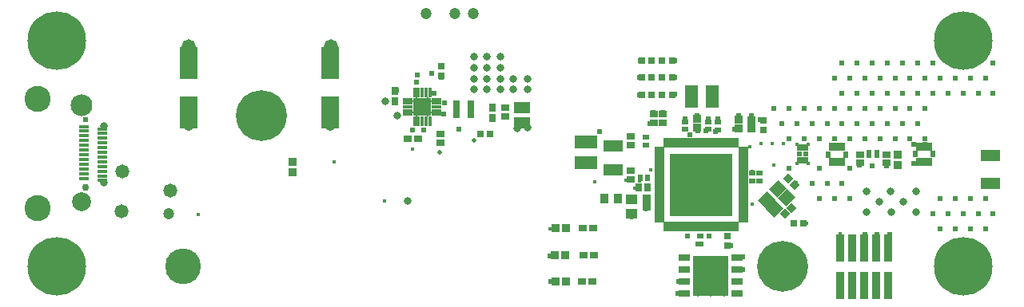
<source format=gbr>
%TF.GenerationSoftware,Altium Limited,Altium Designer,20.0.13 (296)*%
G04 Layer_Color=8388736*
%FSLAX45Y45*%
%MOMM*%
%TF.FileFunction,Soldermask,Top*%
%TF.Part,Single*%
G01*
G75*
%TA.AperFunction,SMDPad,CuDef*%
%ADD34R,0.66040X1.85420*%
%TA.AperFunction,ComponentPad*%
%ADD94C,3.78820*%
%ADD95C,5.37820*%
%ADD96C,0.75320*%
%ADD97C,0.60820*%
%ADD98C,2.76820*%
%ADD99C,2.00320*%
%ADD100C,2.30320*%
%TA.AperFunction,ViaPad*%
%ADD101C,0.60320*%
%ADD102C,0.80320*%
%ADD103C,1.20320*%
%ADD104C,1.47320*%
%ADD105C,6.20320*%
%TA.AperFunction,SMDPad,CuDef*%
%ADD149R,1.85320X3.45320*%
%ADD150R,3.70320X4.30320*%
%ADD151R,1.30320X0.65320*%
%ADD152R,1.15320X1.10320*%
%ADD153R,0.95320X0.95320*%
%ADD154R,0.95320X0.80320*%
%ADD155R,0.80320X0.90320*%
%ADD156R,6.60320X6.60320*%
%ADD157R,1.05320X0.50320*%
%ADD158R,0.50320X1.05320*%
%ADD159R,1.95320X1.95320*%
%ADD160R,0.40320X1.00320*%
%ADD161R,1.00320X0.40320*%
%ADD162R,0.60320X0.70320*%
%ADD163R,1.70320X0.90320*%
%ADD164R,0.55320X0.85320*%
%ADD165R,0.95320X0.85320*%
%ADD166R,2.40320X1.45320*%
%ADD167R,0.67820X0.70320*%
%ADD168R,0.85320X1.10320*%
G04:AMPARAMS|DCode=169|XSize=1.4032mm|YSize=1.2032mm|CornerRadius=0mm|HoleSize=0mm|Usage=FLASHONLY|Rotation=45.000|XOffset=0mm|YOffset=0mm|HoleType=Round|Shape=Rectangle|*
%AMROTATEDRECTD169*
4,1,4,-0.07071,-0.92150,-0.92150,-0.07071,0.07071,0.92150,0.92150,0.07071,-0.07071,-0.92150,0.0*
%
%ADD169ROTATEDRECTD169*%

%ADD170R,1.20320X0.65320*%
%ADD171R,0.55320X0.55320*%
%ADD172R,0.85320X2.96320*%
%ADD173R,1.67320X1.17320*%
%ADD174R,0.92320X0.89320*%
%ADD175R,0.88320X0.88320*%
%ADD176R,0.82320X0.80320*%
%ADD177R,0.70320X0.60320*%
%TA.AperFunction,ConnectorPad*%
%ADD178R,2.00320X1.30320*%
%TA.AperFunction,SMDPad,CuDef*%
%ADD179R,2.10320X1.30320*%
%TA.AperFunction,ConnectorPad*%
%ADD180R,1.10320X0.45720*%
%TA.AperFunction,SMDPad,CuDef*%
G04:AMPARAMS|DCode=181|XSize=0.8232mm|YSize=0.8032mm|CornerRadius=0mm|HoleSize=0mm|Usage=FLASHONLY|Rotation=135.000|XOffset=0mm|YOffset=0mm|HoleType=Round|Shape=Rectangle|*
%AMROTATEDRECTD181*
4,1,4,0.57502,-0.00707,0.00707,-0.57502,-0.57502,0.00707,-0.00707,0.57502,0.57502,-0.00707,0.0*
%
%ADD181ROTATEDRECTD181*%

G04:AMPARAMS|DCode=182|XSize=0.8232mm|YSize=0.8032mm|CornerRadius=0mm|HoleSize=0mm|Usage=FLASHONLY|Rotation=45.000|XOffset=0mm|YOffset=0mm|HoleType=Round|Shape=Rectangle|*
%AMROTATEDRECTD182*
4,1,4,-0.00707,-0.57502,-0.57502,-0.00707,0.00707,0.57502,0.57502,0.00707,-0.00707,-0.57502,0.0*
%
%ADD182ROTATEDRECTD182*%

%ADD183R,0.80320X0.82320*%
%ADD184R,1.45320X2.40320*%
%ADD185R,0.85320X0.95320*%
%ADD186R,0.80320X0.95320*%
%ADD187R,0.70320X0.67820*%
%TA.AperFunction,ViaPad*%
%ADD188C,0.40320*%
%ADD189C,0.50320*%
D34*
X6390045Y6070604D02*
D03*
X6235105D02*
D03*
D94*
X3337000Y4400000D02*
D03*
D95*
X4170000Y6000000D02*
D03*
X9690000Y4400000D02*
D03*
D96*
X2302500Y5240000D02*
D03*
D97*
Y5960000D02*
D03*
D98*
X1797500Y5020000D02*
D03*
Y6180000D02*
D03*
D99*
X2264500Y5090000D02*
D03*
D100*
Y6110000D02*
D03*
D101*
X6070440Y6404824D02*
D03*
X6000000Y6240000D02*
D03*
X6260000Y5860000D02*
D03*
X11919995Y6559997D02*
D03*
X11839995Y6399997D02*
D03*
X11919995Y6239997D02*
D03*
X11839995Y5119998D02*
D03*
X11919995Y4959998D02*
D03*
X11839995Y4799998D02*
D03*
X11679995Y6399997D02*
D03*
X11759995Y6239997D02*
D03*
X11679995Y5119998D02*
D03*
X11759995Y4959998D02*
D03*
X11679995Y4799998D02*
D03*
X11519995Y6399997D02*
D03*
X11599995Y6239997D02*
D03*
X11519995Y5119998D02*
D03*
X11599995Y4959998D02*
D03*
X11519995Y4799998D02*
D03*
X11359995Y6399997D02*
D03*
X11439995Y6239997D02*
D03*
X11359995Y5119998D02*
D03*
X11439995Y4959998D02*
D03*
X11359995Y4799998D02*
D03*
X11279995Y6559997D02*
D03*
X11199995Y6399997D02*
D03*
X11279995Y6239997D02*
D03*
X11199995Y6079997D02*
D03*
Y5759998D02*
D03*
X11279995Y4959998D02*
D03*
X11119995Y6559997D02*
D03*
X11039995Y6399997D02*
D03*
X11119995Y6239997D02*
D03*
X11039995Y6079997D02*
D03*
X11119995Y5919998D02*
D03*
X11039995Y5759998D02*
D03*
X10959995Y6559997D02*
D03*
X10879996Y6399997D02*
D03*
X10959995Y6239997D02*
D03*
X10879996Y6079997D02*
D03*
X10959995Y5919998D02*
D03*
X10879996Y5759998D02*
D03*
X10799995Y6559997D02*
D03*
X10719996Y6399997D02*
D03*
X10799995Y6239997D02*
D03*
X10719996Y6079997D02*
D03*
X10799995Y5919998D02*
D03*
X10719996Y5759998D02*
D03*
X10639995Y6559997D02*
D03*
X10559996Y6399997D02*
D03*
X10639995Y6239997D02*
D03*
X10559996Y6079997D02*
D03*
X10639995Y5919998D02*
D03*
X10559996Y5759998D02*
D03*
X10479996Y6559997D02*
D03*
X10399996Y6399997D02*
D03*
X10479996Y6239997D02*
D03*
X10399996Y6079997D02*
D03*
X10479996Y5919998D02*
D03*
X10399996Y5759998D02*
D03*
Y5439998D02*
D03*
Y5119998D02*
D03*
X10319996Y6559997D02*
D03*
X10239996Y6399997D02*
D03*
X10319996Y6239997D02*
D03*
X10239996Y6079997D02*
D03*
X10319996Y5919998D02*
D03*
X10239996Y5759998D02*
D03*
X10319996Y5279998D02*
D03*
X10239996Y5119998D02*
D03*
X10079996Y6079997D02*
D03*
X10159996Y5919998D02*
D03*
X10079996Y5759998D02*
D03*
Y5439998D02*
D03*
X10159996Y5279998D02*
D03*
X10079996Y5119998D02*
D03*
X9919996Y6079997D02*
D03*
X9999996Y5919998D02*
D03*
X9919996Y5759998D02*
D03*
X9999996Y5279998D02*
D03*
X9759996Y6079997D02*
D03*
X9839996Y5919998D02*
D03*
X9759996Y5759998D02*
D03*
Y5439998D02*
D03*
X9599996Y6079997D02*
D03*
X9679996Y5919998D02*
D03*
X10640000Y5470000D02*
D03*
X10910000Y5460000D02*
D03*
X10790000Y5470000D02*
D03*
X10500000Y5480000D02*
D03*
X11080000Y5490000D02*
D03*
X11200000D02*
D03*
Y5700000D02*
D03*
X11080000D02*
D03*
X8680000Y4720000D02*
D03*
X8580000Y4110000D02*
D03*
X8590000Y4240000D02*
D03*
X5970000Y6450000D02*
D03*
X5600000Y6270000D02*
D03*
X5819988Y6429987D02*
D03*
X5809988Y6359987D02*
D03*
X8910000Y4720000D02*
D03*
X8790000Y4640000D02*
D03*
X9450000Y5960000D02*
D03*
X8180000Y6590000D02*
D03*
X8170000Y6220000D02*
D03*
X8550000Y6230000D02*
D03*
Y6410000D02*
D03*
Y6590000D02*
D03*
X8410000D02*
D03*
X8400000Y6220000D02*
D03*
Y6410000D02*
D03*
X9180000Y5860000D02*
D03*
X10300000Y4250000D02*
D03*
X8980000Y5830000D02*
D03*
X8880000Y5840000D02*
D03*
X8790000D02*
D03*
X8423000Y5924000D02*
D03*
X8280000Y5920000D02*
D03*
X5770000Y5850000D02*
D03*
X7750000Y5830000D02*
D03*
X8710000Y5800000D02*
D03*
X8076000Y5769600D02*
D03*
X8246000D02*
D03*
X6110000Y6140000D02*
D03*
X6098000Y6016000D02*
D03*
X5890100Y5850000D02*
D03*
X10820000Y4740000D02*
D03*
X9140000Y4620000D02*
D03*
X8655000Y5969000D02*
D03*
X8786000Y6004600D02*
D03*
X8320000Y6040000D02*
D03*
X8170000Y6410000D02*
D03*
X9270000Y4370000D02*
D03*
Y4500000D02*
D03*
X10560000Y4740000D02*
D03*
X10690000D02*
D03*
X9361000Y6001000D02*
D03*
X9222000Y6004000D02*
D03*
X9007000Y5966000D02*
D03*
X8902000Y5971000D02*
D03*
X8420000Y6040000D02*
D03*
X7238000Y4239000D02*
D03*
X7225000Y4516000D02*
D03*
D102*
X5720000Y5100000D02*
D03*
X10970000Y5090000D02*
D03*
X10710000D02*
D03*
X11100000Y5200000D02*
D03*
X10580000D02*
D03*
X10836000D02*
D03*
X10840000Y4980000D02*
D03*
X11100000D02*
D03*
X10580000D02*
D03*
X6420000Y6280000D02*
D03*
X6560000D02*
D03*
X6700000D02*
D03*
X6840000D02*
D03*
X6990000D02*
D03*
X6420000Y6390000D02*
D03*
X6560000D02*
D03*
X6700000D02*
D03*
X6840000D02*
D03*
X6990000D02*
D03*
X6420000Y6510000D02*
D03*
X6560000D02*
D03*
X6700000D02*
D03*
Y6630000D02*
D03*
X6560000D02*
D03*
X6420000D02*
D03*
X2500000Y5890000D02*
D03*
Y5290000D02*
D03*
X9000000Y4170000D02*
D03*
X8860000D02*
D03*
Y4290000D02*
D03*
X9000000D02*
D03*
Y4410000D02*
D03*
X8860000D02*
D03*
X8790000Y4120000D02*
D03*
X9070000D02*
D03*
X8930000D02*
D03*
X8790000Y4230000D02*
D03*
X9070000D02*
D03*
X8930000D02*
D03*
X8790000Y4350000D02*
D03*
X9070000D02*
D03*
X8930000D02*
D03*
X9070000Y4470000D02*
D03*
X8930000D02*
D03*
X8790000D02*
D03*
X5608000Y6003000D02*
D03*
X5481000Y6155000D02*
D03*
X6881000Y5869000D02*
D03*
X6986000Y5871000D02*
D03*
X5872000Y6095000D02*
D03*
X5813000Y6038000D02*
D03*
X5929000Y6037000D02*
D03*
Y6152000D02*
D03*
X5816000Y6151000D02*
D03*
D103*
X6410000Y7090000D02*
D03*
X5910000D02*
D03*
X6220000D02*
D03*
X3190000Y4960000D02*
D03*
X4900000Y5900000D02*
D03*
X3400000D02*
D03*
D104*
Y6740000D02*
D03*
X4910000D02*
D03*
X3200000Y5210000D02*
D03*
X2690000Y4990000D02*
D03*
X2700000Y5410000D02*
D03*
D105*
X2000000Y4400000D02*
D03*
X11600000D02*
D03*
Y6800000D02*
D03*
X2000000D02*
D03*
D149*
X3400000Y6040000D02*
D03*
Y6560000D02*
D03*
X4900000Y6040000D02*
D03*
Y6560000D02*
D03*
D150*
X8928000Y4304000D02*
D03*
D151*
X8648000Y4113500D02*
D03*
Y4240500D02*
D03*
Y4367500D02*
D03*
Y4494500D02*
D03*
X9208000D02*
D03*
Y4367500D02*
D03*
Y4240500D02*
D03*
Y4113500D02*
D03*
D152*
X8090000Y5115000D02*
D03*
Y4965000D02*
D03*
D153*
X10910000Y5589000D02*
D03*
Y5479000D02*
D03*
D154*
X7672000Y4240000D02*
D03*
X7562000D02*
D03*
X5722045Y5756604D02*
D03*
X5832045D02*
D03*
X7685000Y4810000D02*
D03*
X7575000D02*
D03*
X7688000Y4520000D02*
D03*
X7578000D02*
D03*
D155*
X6615045Y6088604D02*
D03*
Y5978604D02*
D03*
D156*
X8827179Y5268743D02*
D03*
D157*
X8382179Y4893743D02*
D03*
Y4943743D02*
D03*
Y4993743D02*
D03*
Y5043743D02*
D03*
Y5093743D02*
D03*
Y5143743D02*
D03*
Y5193743D02*
D03*
Y5243743D02*
D03*
Y5293743D02*
D03*
Y5343743D02*
D03*
Y5393743D02*
D03*
Y5443743D02*
D03*
Y5493743D02*
D03*
Y5543743D02*
D03*
Y5593743D02*
D03*
Y5643743D02*
D03*
X9272179D02*
D03*
Y5593743D02*
D03*
Y5543743D02*
D03*
Y5493743D02*
D03*
Y5443743D02*
D03*
Y5393743D02*
D03*
Y5343743D02*
D03*
Y5293743D02*
D03*
Y5243743D02*
D03*
Y5193743D02*
D03*
Y5143743D02*
D03*
Y5093743D02*
D03*
Y5043743D02*
D03*
Y4993743D02*
D03*
Y4943743D02*
D03*
Y4893743D02*
D03*
D158*
X8452179Y5713743D02*
D03*
X8502179D02*
D03*
X8552179D02*
D03*
X8602179D02*
D03*
X8652179D02*
D03*
X8702179D02*
D03*
X8752179D02*
D03*
X8802179D02*
D03*
X8852179D02*
D03*
X8902179D02*
D03*
X8952179D02*
D03*
X9002179D02*
D03*
X9052179D02*
D03*
X9102179D02*
D03*
X9152179D02*
D03*
X9202179D02*
D03*
Y4823743D02*
D03*
X9152179D02*
D03*
X9102179D02*
D03*
X9052179D02*
D03*
X9002179D02*
D03*
X8952179D02*
D03*
X8902179D02*
D03*
X8852179D02*
D03*
X8802179D02*
D03*
X8752179D02*
D03*
X8702179D02*
D03*
X8652179D02*
D03*
X8602179D02*
D03*
X8552179D02*
D03*
X8502179D02*
D03*
X8452179D02*
D03*
D159*
X5872000Y6095000D02*
D03*
D160*
X5792000Y6245000D02*
D03*
X5832000D02*
D03*
X5872000D02*
D03*
X5912000D02*
D03*
X5952000D02*
D03*
Y5945000D02*
D03*
X5912000D02*
D03*
X5872000D02*
D03*
X5832000D02*
D03*
X5792000D02*
D03*
D161*
X6022000Y6175000D02*
D03*
Y6135000D02*
D03*
Y6095000D02*
D03*
Y6055000D02*
D03*
Y6015000D02*
D03*
X5722000D02*
D03*
Y6055000D02*
D03*
Y6095000D02*
D03*
Y6135000D02*
D03*
Y6175000D02*
D03*
D162*
X11285000Y5593000D02*
D03*
X11095000D02*
D03*
X10169044Y5588744D02*
D03*
X10359044D02*
D03*
X8259000Y5344000D02*
D03*
X8179000D02*
D03*
D163*
X11190000Y5673000D02*
D03*
Y5513000D02*
D03*
X10264044Y5508744D02*
D03*
Y5668744D02*
D03*
D164*
X10689500Y5592000D02*
D03*
X10604500D02*
D03*
D165*
X7289000Y4243000D02*
D03*
X7399000D02*
D03*
X7281000Y4807000D02*
D03*
X7391000D02*
D03*
X7276000Y4522000D02*
D03*
X7386000D02*
D03*
D166*
X7607000Y5504000D02*
D03*
Y5724000D02*
D03*
D167*
X9808750Y4860000D02*
D03*
X9911250D02*
D03*
X6490045Y5805604D02*
D03*
X6592446D02*
D03*
X8414750Y6589001D02*
D03*
X8517250D02*
D03*
X8517329Y6408000D02*
D03*
X8414828D02*
D03*
X8414750Y6226000D02*
D03*
X8517250D02*
D03*
X8302163Y6588541D02*
D03*
X8199663D02*
D03*
X8198578Y6410000D02*
D03*
X8301079D02*
D03*
X8300750Y6226000D02*
D03*
X8198250D02*
D03*
D168*
X7797500Y5120000D02*
D03*
X7942500D02*
D03*
D169*
X9517235Y5103122D02*
D03*
X9637443Y5223330D02*
D03*
X9729367Y5131407D02*
D03*
X9609159Y5011198D02*
D03*
D170*
X9899800Y5531694D02*
D03*
Y5661694D02*
D03*
D171*
X9932300Y5596694D02*
D03*
X9867300D02*
D03*
D172*
X10300000Y4600000D02*
D03*
X10427000D02*
D03*
X10808000D02*
D03*
X10681000D02*
D03*
X10554000D02*
D03*
X10300000Y4196000D02*
D03*
X10427000D02*
D03*
X10808000D02*
D03*
X10681000D02*
D03*
X10554000D02*
D03*
D173*
X6931045Y5922604D02*
D03*
Y6088604D02*
D03*
D174*
X9221000Y5957000D02*
D03*
Y5865000D02*
D03*
D175*
X8250000Y5125000D02*
D03*
Y5035000D02*
D03*
X8786000Y5968000D02*
D03*
Y5878000D02*
D03*
X9361000Y5955000D02*
D03*
Y5865000D02*
D03*
D176*
X6749045Y5995604D02*
D03*
Y6087604D02*
D03*
X8078770Y5784195D02*
D03*
Y5692195D02*
D03*
X8082000Y5326000D02*
D03*
Y5418000D02*
D03*
X10507000Y5499000D02*
D03*
Y5591000D02*
D03*
X10789000Y5499000D02*
D03*
Y5591000D02*
D03*
X6063046Y5713604D02*
D03*
Y5805604D02*
D03*
X8326000Y6016000D02*
D03*
Y5924000D02*
D03*
X8423000Y6016000D02*
D03*
Y5924000D02*
D03*
D177*
X8654000Y5858000D02*
D03*
Y5938000D02*
D03*
X8901000Y5937000D02*
D03*
Y5857000D02*
D03*
X8245000Y5772000D02*
D03*
Y5692000D02*
D03*
X8820000Y4720000D02*
D03*
Y4640000D02*
D03*
X9370000Y5390000D02*
D03*
Y5310000D02*
D03*
X9440000D02*
D03*
Y5390000D02*
D03*
X9006000Y5934000D02*
D03*
Y5854000D02*
D03*
D178*
X11890000Y5280000D02*
D03*
Y5580000D02*
D03*
D179*
X7891786Y5679808D02*
D03*
Y5429808D02*
D03*
D180*
X2292500Y5337500D02*
D03*
Y5387500D02*
D03*
Y5437500D02*
D03*
Y5487500D02*
D03*
Y5537500D02*
D03*
Y5587500D02*
D03*
Y5637500D02*
D03*
Y5687500D02*
D03*
Y5737500D02*
D03*
Y5787500D02*
D03*
Y5837500D02*
D03*
Y5887500D02*
D03*
X2482500Y5312500D02*
D03*
Y5362500D02*
D03*
Y5412500D02*
D03*
Y5462500D02*
D03*
Y5512500D02*
D03*
Y5562500D02*
D03*
Y5612500D02*
D03*
Y5662500D02*
D03*
Y5712500D02*
D03*
Y5762500D02*
D03*
Y5812500D02*
D03*
Y5862500D02*
D03*
D181*
X9782527Y5022527D02*
D03*
X9717473Y4957473D02*
D03*
D182*
X9812527Y5267473D02*
D03*
X9747473Y5332527D02*
D03*
D183*
X8169000Y5236000D02*
D03*
X8261000D02*
D03*
D184*
X8728000Y6202000D02*
D03*
X8948000D02*
D03*
D185*
X4500000Y5510000D02*
D03*
Y5400000D02*
D03*
D186*
X5580045Y6156604D02*
D03*
Y6266604D02*
D03*
D187*
X6071046Y6530854D02*
D03*
Y6428354D02*
D03*
X9104000Y4723000D02*
D03*
Y4620500D02*
D03*
X9490000Y5955250D02*
D03*
Y5852750D02*
D03*
D188*
X5770000Y5650000D02*
D03*
X3500000Y4950000D02*
D03*
X9700000Y5710000D02*
D03*
X9600000Y5480000D02*
D03*
X9580000Y5710000D02*
D03*
X9460000D02*
D03*
X10200000Y5490000D02*
D03*
X10320000D02*
D03*
Y5700000D02*
D03*
X10200000D02*
D03*
X9840000D02*
D03*
X9960000D02*
D03*
Y5490000D02*
D03*
X9840000D02*
D03*
X9340000Y5670000D02*
D03*
X9517235Y5103122D02*
D03*
X9370000Y5410000D02*
D03*
X9439999Y5402700D02*
D03*
X9366326Y5066326D02*
D03*
X10300000Y4750000D02*
D03*
X5470000Y5100000D02*
D03*
X8290000Y5430000D02*
D03*
X8260000Y5260000D02*
D03*
X8034000Y5314000D02*
D03*
X8177000Y5304000D02*
D03*
X7700000Y5300000D02*
D03*
X4940000Y5510000D02*
D03*
X9939600Y4860000D02*
D03*
X8240000Y5000000D02*
D03*
X9830000Y5290000D02*
D03*
X9729367Y5131407D02*
D03*
X8123000Y5229000D02*
D03*
X8090000Y4920000D02*
D03*
X7228000Y4804000D02*
D03*
D189*
X8550000Y5550000D02*
D03*
Y5440000D02*
D03*
Y5340000D02*
D03*
Y5240000D02*
D03*
Y5130000D02*
D03*
X8660000Y5030000D02*
D03*
X8780000D02*
D03*
X8900000D02*
D03*
X9020000D02*
D03*
X8660000Y5240000D02*
D03*
X8780000D02*
D03*
X8900000D02*
D03*
X9020000D02*
D03*
X9130000D02*
D03*
Y5130000D02*
D03*
X9020000D02*
D03*
X8900000D02*
D03*
X8780000D02*
D03*
X8660000D02*
D03*
X9130000Y5030000D02*
D03*
X8550000D02*
D03*
X8660000Y5340000D02*
D03*
X8780000D02*
D03*
X8900000D02*
D03*
X9020000D02*
D03*
X9130000D02*
D03*
X8660000Y5440000D02*
D03*
X8780000D02*
D03*
X8900000D02*
D03*
X9020000D02*
D03*
X9130000D02*
D03*
Y5550000D02*
D03*
X9020000D02*
D03*
X8900000D02*
D03*
X8780000D02*
D03*
X8660000D02*
D03*
X6060000Y5613000D02*
D03*
X6425000Y5743000D02*
D03*
%TF.MD5,91c0add1d35bdc96c17c08abd5b6d9fe*%
M02*

</source>
